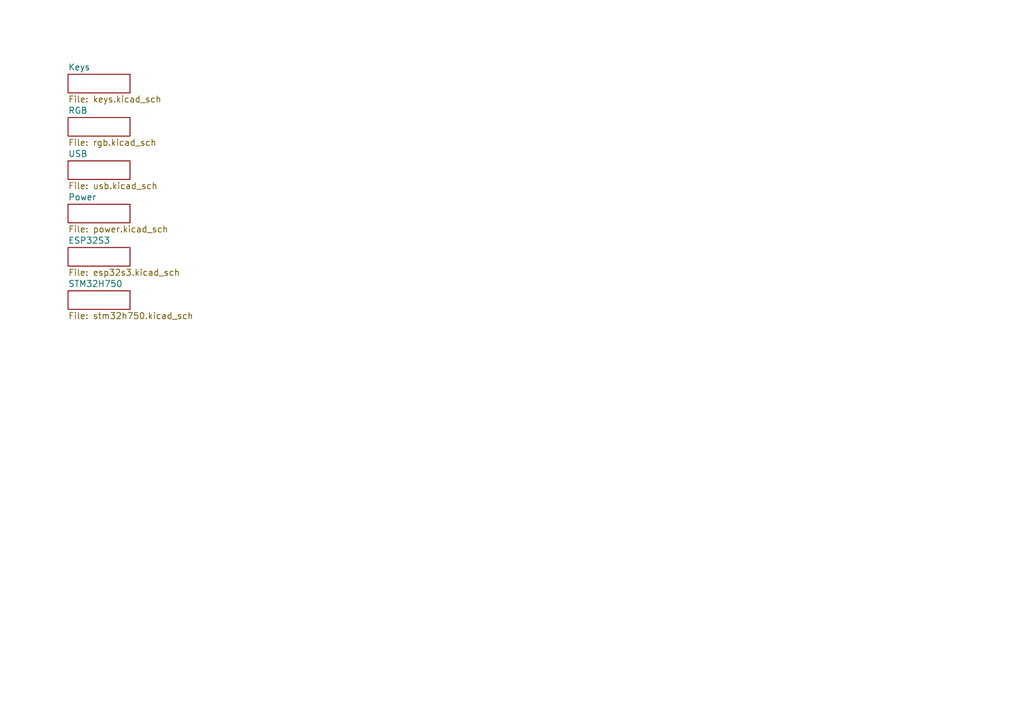
<source format=kicad_sch>
(kicad_sch (version 20230121) (generator eeschema)
  (paper "A5")
  (lib_symbols)
  (sheet (at 13.97 59.69) (size 12.7 3.81) (stroke (width 0.1524))
    (property "Sheetname" "STM32H750" (at 13.97 58.9784 0) (effects (justify left bottom)))
    (property "Sheetfile" "stm32h750.kicad_sch" (at 13.97 64.0846 0) (effects (justify left top)))
  )
  (sheet (at 13.97 24.13) (size 12.7 3.81) (stroke (width 0.1524))
    (property "Sheetname" "RGB" (at 13.97 23.4184 0) (effects (justify left bottom)))
    (property "Sheetfile" "rgb.kicad_sch" (at 13.97 28.5246 0) (effects (justify left top)))
  )
  (sheet (at 13.97 50.8) (size 12.7 3.81) (stroke (width 0.1524))
    (property "Sheetname" "ESP32S3" (at 13.97 50.0884 0) (effects (justify left bottom)))
    (property "Sheetfile" "esp32s3.kicad_sch" (at 13.97 55.1946 0) (effects (justify left top)))
  )
  (sheet (at 13.97 33.02) (size 12.7 3.81) (stroke (width 0.1524))
    (property "Sheetname" "USB" (at 13.97 32.3084 0) (effects (justify left bottom)))
    (property "Sheetfile" "usb.kicad_sch" (at 13.97 37.4146 0) (effects (justify left top)))
  )
  (sheet (at 13.97 41.91) (size 12.7 3.81) (stroke (width 0.1524))
    (property "Sheetname" "Power" (at 13.97 41.1984 0) (effects (justify left bottom)))
    (property "Sheetfile" "power.kicad_sch" (at 13.97 46.3046 0) (effects (justify left top)))
  )
  (sheet (at 13.97 15.24) (size 12.7 3.81) (stroke (width 0.1524))
    (property "Sheetname" "Keys" (at 13.97 14.5284 0) (effects (justify left bottom)))
    (property "Sheetfile" "keys.kicad_sch" (at 13.97 19.6346 0) (effects (justify left top)))
  )
)
</source>
